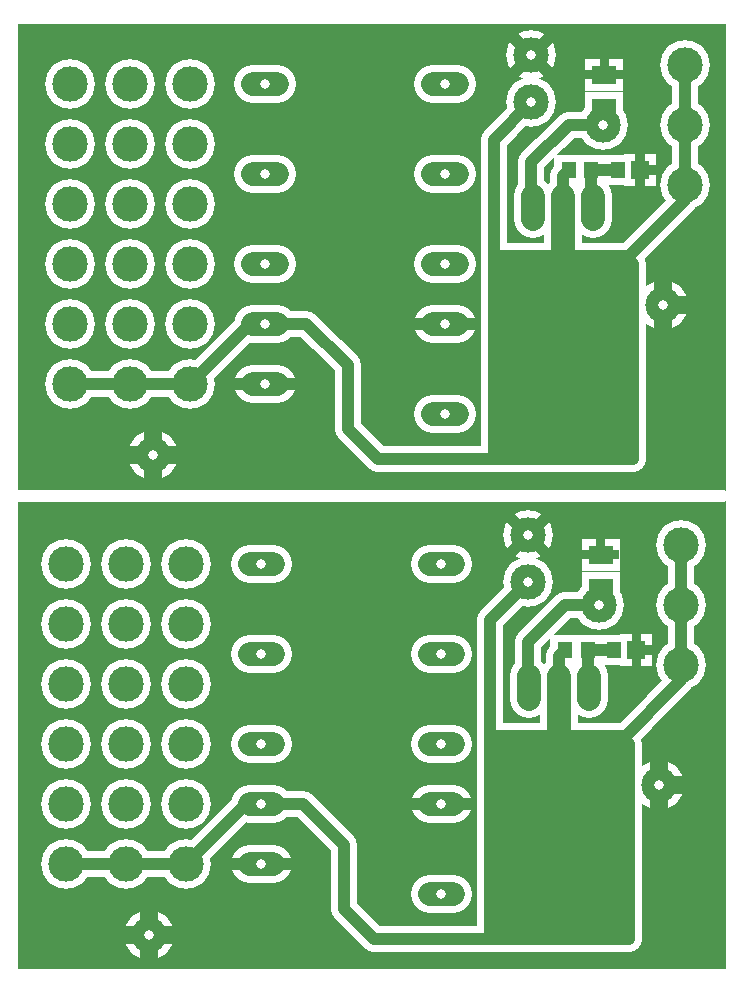
<source format=gbr>
%FSLAX34Y34*%
%MOMM*%
%LNCOPPER_TOP*%
G71*
G01*
%ADD10C, 4.200*%
%ADD11C, 3.200*%
%ADD12C, 4.200*%
%ADD13C, 2.200*%
%ADD14R, 2.500X2.600*%
%ADD15R, 2.800X2.800*%
%ADD16R, 3.200X2.800*%
%ADD17R, 3.100X2.800*%
%ADD18C, 1.000*%
%ADD19C, 1.520*%
%ADD20C, 1.013*%
%ADD21C, 0.816*%
%ADD22C, 0.800*%
%ADD23C, 3.000*%
%ADD24C, 2.000*%
%ADD25C, 3.000*%
%ADD26R, 1.300X1.400*%
%ADD27R, 1.600X1.600*%
%ADD28R, 2.000X1.600*%
%ADD29R, 1.900X1.600*%
%ADD30C, 0.000*%
%LPD*%
G36*
X0Y0D02*
X600000Y0D01*
X600000Y-800000D01*
X0Y-800000D01*
X0Y0D01*
G37*
%LPC*%
X495300Y-85725D02*
G54D10*
D03*
X114300Y-365125D02*
G54D10*
D03*
X546100Y-238125D02*
G54D10*
D03*
G54D11*
X199550Y-254000D02*
X219550Y-254000D01*
G54D11*
X351950Y-254000D02*
X371950Y-254000D01*
G54D11*
X199550Y-304800D02*
X219550Y-304800D01*
G54D11*
X199550Y-50800D02*
X219550Y-50800D01*
G54D11*
X351950Y-50800D02*
X371950Y-50800D01*
G54D11*
X351950Y-330200D02*
X371950Y-330200D01*
X44450Y-50800D02*
G54D12*
D03*
X95250Y-50800D02*
G54D12*
D03*
X146050Y-50800D02*
G54D12*
D03*
X44450Y-101600D02*
G54D12*
D03*
X95250Y-101600D02*
G54D12*
D03*
X146050Y-101600D02*
G54D12*
D03*
X44450Y-152400D02*
G54D12*
D03*
X95250Y-152400D02*
G54D12*
D03*
X146050Y-152400D02*
G54D12*
D03*
X44450Y-203200D02*
G54D12*
D03*
X95250Y-203200D02*
G54D12*
D03*
X146050Y-203200D02*
G54D12*
D03*
X44450Y-254000D02*
G54D12*
D03*
X95250Y-254000D02*
G54D12*
D03*
X146050Y-254000D02*
G54D12*
D03*
X44450Y-304800D02*
G54D12*
D03*
X95250Y-304800D02*
G54D12*
D03*
X146050Y-304800D02*
G54D12*
D03*
G36*
X403225Y-368300D02*
X403225Y-203200D01*
X409575Y-196850D01*
X514350Y-196850D01*
X520700Y-203200D01*
X520700Y-368300D01*
X403225Y-368300D01*
G37*
G54D13*
X403225Y-368300D02*
X403225Y-203200D01*
X409575Y-196850D01*
X514350Y-196850D01*
X520700Y-203200D01*
X520700Y-368300D01*
X403225Y-368300D01*
G54D11*
X436330Y-145613D02*
X436330Y-165613D01*
G54D11*
X461730Y-145613D02*
X461730Y-165613D01*
G54D11*
X487130Y-145613D02*
X487130Y-165613D01*
G54D13*
X209550Y-254000D02*
X244475Y-254000D01*
X279400Y-288925D01*
X279400Y-342900D01*
X304800Y-368300D01*
X403225Y-368300D01*
G54D11*
X461730Y-155613D02*
X461730Y-211370D01*
X565150Y-34925D02*
G54D12*
D03*
X565150Y-85725D02*
G54D12*
D03*
X565150Y-136525D02*
G54D12*
D03*
G54D13*
X565150Y-34925D02*
X565150Y-136525D01*
X565150Y-149225D01*
X511175Y-203200D01*
G54D13*
X209550Y-254000D02*
X196850Y-254000D01*
X146050Y-304800D01*
X44450Y-304800D01*
G54D13*
X434975Y-155575D02*
X434975Y-117475D01*
X466725Y-85725D01*
X495300Y-85725D01*
X466725Y-123825D02*
G54D14*
D03*
X485725Y-123825D02*
G54D14*
D03*
G54D13*
X461730Y-155613D02*
X461730Y-128820D01*
X466725Y-123825D01*
G54D13*
X485725Y-123825D02*
X485725Y-154208D01*
X487130Y-155613D01*
X508000Y-123825D02*
G54D14*
D03*
X527000Y-123825D02*
G54D14*
D03*
G54D13*
X485725Y-123825D02*
X508000Y-123825D01*
X527000Y-123825D02*
G54D15*
D03*
G54D11*
X199550Y-127000D02*
X219550Y-127000D01*
G54D11*
X351950Y-127000D02*
X371950Y-127000D01*
G54D11*
X199550Y-203200D02*
X219550Y-203200D01*
G54D11*
X351950Y-203200D02*
X371950Y-203200D01*
X496600Y-43150D02*
G54D16*
D03*
X496600Y-71150D02*
G54D16*
D03*
X496601Y-43150D02*
G54D17*
D03*
X434975Y-66675D02*
G54D10*
D03*
X434975Y-26675D02*
G54D10*
D03*
X434975Y-26675D02*
G54D10*
D03*
G54D13*
X403225Y-203200D02*
X403225Y-98425D01*
X434975Y-66675D01*
G54D18*
X0Y-400050D02*
X596900Y-400050D01*
X492125Y-492125D02*
G54D10*
D03*
X111125Y-771525D02*
G54D10*
D03*
X542925Y-644525D02*
G54D10*
D03*
G54D11*
X196375Y-660400D02*
X216375Y-660400D01*
G54D11*
X348775Y-660400D02*
X368775Y-660400D01*
G54D11*
X196375Y-711200D02*
X216375Y-711200D01*
G54D11*
X196375Y-457200D02*
X216375Y-457200D01*
G54D11*
X348775Y-457200D02*
X368775Y-457200D01*
G54D11*
X348775Y-736600D02*
X368775Y-736600D01*
X41275Y-457200D02*
G54D12*
D03*
X92075Y-457200D02*
G54D12*
D03*
X142875Y-457200D02*
G54D12*
D03*
X41275Y-508000D02*
G54D12*
D03*
X92075Y-508000D02*
G54D12*
D03*
X142875Y-508000D02*
G54D12*
D03*
X41275Y-558800D02*
G54D12*
D03*
X92075Y-558800D02*
G54D12*
D03*
X142875Y-558800D02*
G54D12*
D03*
X41275Y-609600D02*
G54D12*
D03*
X92075Y-609600D02*
G54D12*
D03*
X142875Y-609600D02*
G54D12*
D03*
X41275Y-660400D02*
G54D12*
D03*
X92075Y-660400D02*
G54D12*
D03*
X142875Y-660400D02*
G54D12*
D03*
X41275Y-711200D02*
G54D12*
D03*
X92075Y-711200D02*
G54D12*
D03*
X142875Y-711200D02*
G54D12*
D03*
G36*
X400050Y-774700D02*
X400050Y-609600D01*
X406400Y-603250D01*
X511175Y-603250D01*
X517525Y-609600D01*
X517525Y-774700D01*
X400050Y-774700D01*
G37*
G54D13*
X400050Y-774700D02*
X400050Y-609600D01*
X406400Y-603250D01*
X511175Y-603250D01*
X517525Y-609600D01*
X517525Y-774700D01*
X400050Y-774700D01*
G54D11*
X433155Y-552013D02*
X433155Y-572013D01*
G54D11*
X458555Y-552013D02*
X458555Y-572013D01*
G54D11*
X483955Y-552013D02*
X483955Y-572013D01*
G54D13*
X206375Y-660400D02*
X241300Y-660400D01*
X276225Y-695325D01*
X276225Y-749300D01*
X301625Y-774700D01*
X400050Y-774700D01*
G54D11*
X458555Y-562013D02*
X458555Y-617770D01*
X561975Y-441325D02*
G54D12*
D03*
X561975Y-492125D02*
G54D12*
D03*
X561975Y-542925D02*
G54D12*
D03*
G54D13*
X561975Y-441325D02*
X561975Y-542925D01*
X561975Y-555625D01*
X508000Y-609600D01*
G54D13*
X206375Y-660400D02*
X193675Y-660400D01*
X142875Y-711200D01*
X41275Y-711200D01*
G54D13*
X431800Y-561975D02*
X431800Y-523875D01*
X463550Y-492125D01*
X492125Y-492125D01*
X463550Y-530225D02*
G54D14*
D03*
X482550Y-530225D02*
G54D14*
D03*
G54D13*
X458555Y-562013D02*
X458555Y-535220D01*
X463550Y-530225D01*
G54D13*
X482550Y-530225D02*
X482550Y-560608D01*
X483955Y-562013D01*
X504825Y-530225D02*
G54D14*
D03*
X523825Y-530225D02*
G54D14*
D03*
G54D13*
X482550Y-530225D02*
X504825Y-530225D01*
X523825Y-530225D02*
G54D15*
D03*
G54D11*
X196375Y-533400D02*
X216375Y-533400D01*
G54D11*
X348775Y-533400D02*
X368775Y-533400D01*
G54D11*
X196375Y-609600D02*
X216375Y-609600D01*
G54D11*
X348775Y-609600D02*
X368775Y-609600D01*
X493425Y-449550D02*
G54D16*
D03*
X493425Y-477550D02*
G54D16*
D03*
X493426Y-449550D02*
G54D17*
D03*
X431800Y-473075D02*
G54D10*
D03*
X431800Y-433075D02*
G54D10*
D03*
X431800Y-433075D02*
G54D10*
D03*
G54D13*
X400050Y-609600D02*
X400050Y-504825D01*
X431800Y-473075D01*
%LPD*%
G54D19*
G36*
X106700Y-365125D02*
X106700Y-343625D01*
X121900Y-343625D01*
X121900Y-365125D01*
X106700Y-365125D01*
G37*
G36*
X114300Y-357525D02*
X135800Y-357525D01*
X135800Y-372725D01*
X114300Y-372725D01*
X114300Y-357525D01*
G37*
G36*
X121900Y-365125D02*
X121900Y-386625D01*
X106700Y-386625D01*
X106700Y-365125D01*
X121900Y-365125D01*
G37*
G36*
X114300Y-372725D02*
X92800Y-372725D01*
X92800Y-357525D01*
X114300Y-357525D01*
X114300Y-372725D01*
G37*
G54D19*
G36*
X538500Y-238125D02*
X538500Y-216625D01*
X553700Y-216625D01*
X553700Y-238125D01*
X538500Y-238125D01*
G37*
G36*
X546100Y-230525D02*
X567600Y-230525D01*
X567600Y-245725D01*
X546100Y-245725D01*
X546100Y-230525D01*
G37*
G36*
X553700Y-238125D02*
X553700Y-259625D01*
X538500Y-259625D01*
X538500Y-238125D01*
X553700Y-238125D01*
G37*
G54D20*
G36*
X361950Y-248933D02*
X388450Y-248933D01*
X388450Y-259067D01*
X361950Y-259067D01*
X361950Y-248933D01*
G37*
G36*
X361950Y-259067D02*
X335450Y-259067D01*
X335450Y-248933D01*
X361950Y-248933D01*
X361950Y-259067D01*
G37*
G54D20*
G36*
X209550Y-299733D02*
X236050Y-299733D01*
X236050Y-309867D01*
X209550Y-309867D01*
X209550Y-299733D01*
G37*
G36*
X209550Y-309867D02*
X183050Y-309867D01*
X183050Y-299733D01*
X209550Y-299733D01*
X209550Y-309867D01*
G37*
G54D21*
G36*
X522920Y-123825D02*
X522920Y-109325D01*
X531080Y-109325D01*
X531080Y-123825D01*
X522920Y-123825D01*
G37*
G36*
X527000Y-119745D02*
X541500Y-119745D01*
X541500Y-127905D01*
X527000Y-127905D01*
X527000Y-119745D01*
G37*
G36*
X531080Y-123825D02*
X531080Y-138325D01*
X522920Y-138325D01*
X522920Y-123825D01*
X531080Y-123825D01*
G37*
G54D22*
G36*
X496601Y-39150D02*
X512601Y-39150D01*
X512601Y-47150D01*
X496601Y-47150D01*
X496601Y-39150D01*
G37*
G36*
X496601Y-47150D02*
X480601Y-47150D01*
X480601Y-39150D01*
X496601Y-39150D01*
X496601Y-47150D01*
G37*
G36*
X492601Y-43150D02*
X492601Y-28650D01*
X500601Y-28650D01*
X500601Y-43150D01*
X492601Y-43150D01*
G37*
G54D18*
G36*
X431439Y-23139D02*
X446642Y-7937D01*
X453713Y-15008D01*
X438511Y-30211D01*
X431439Y-23139D01*
G37*
G36*
X438511Y-23139D02*
X453713Y-38342D01*
X446642Y-45413D01*
X431439Y-30211D01*
X438511Y-23139D01*
G37*
G36*
X438511Y-30211D02*
X423308Y-45413D01*
X416237Y-38342D01*
X431439Y-23139D01*
X438511Y-30211D01*
G37*
G36*
X431439Y-30211D02*
X416237Y-15008D01*
X423308Y-7937D01*
X438511Y-23139D01*
X431439Y-30211D01*
G37*
G54D19*
G36*
X103525Y-771525D02*
X103525Y-750025D01*
X118725Y-750025D01*
X118725Y-771525D01*
X103525Y-771525D01*
G37*
G36*
X111125Y-763925D02*
X132625Y-763925D01*
X132625Y-779125D01*
X111125Y-779125D01*
X111125Y-763925D01*
G37*
G36*
X118725Y-771525D02*
X118725Y-793025D01*
X103525Y-793025D01*
X103525Y-771525D01*
X118725Y-771525D01*
G37*
G36*
X111125Y-779125D02*
X89625Y-779125D01*
X89625Y-763925D01*
X111125Y-763925D01*
X111125Y-779125D01*
G37*
G54D19*
G36*
X535325Y-644525D02*
X535325Y-623025D01*
X550525Y-623025D01*
X550525Y-644525D01*
X535325Y-644525D01*
G37*
G36*
X542925Y-636925D02*
X564425Y-636925D01*
X564425Y-652125D01*
X542925Y-652125D01*
X542925Y-636925D01*
G37*
G36*
X550525Y-644525D02*
X550525Y-666025D01*
X535325Y-666025D01*
X535325Y-644525D01*
X550525Y-644525D01*
G37*
G54D20*
G36*
X358775Y-655333D02*
X385275Y-655333D01*
X385275Y-665467D01*
X358775Y-665467D01*
X358775Y-655333D01*
G37*
G36*
X358775Y-665467D02*
X332275Y-665467D01*
X332275Y-655333D01*
X358775Y-655333D01*
X358775Y-665467D01*
G37*
G54D20*
G36*
X206375Y-706133D02*
X232875Y-706133D01*
X232875Y-716267D01*
X206375Y-716267D01*
X206375Y-706133D01*
G37*
G36*
X206375Y-716267D02*
X179875Y-716267D01*
X179875Y-706133D01*
X206375Y-706133D01*
X206375Y-716267D01*
G37*
G54D21*
G36*
X519745Y-530225D02*
X519745Y-515725D01*
X527905Y-515725D01*
X527905Y-530225D01*
X519745Y-530225D01*
G37*
G36*
X523825Y-526145D02*
X538325Y-526145D01*
X538325Y-534305D01*
X523825Y-534305D01*
X523825Y-526145D01*
G37*
G36*
X527905Y-530225D02*
X527905Y-544725D01*
X519745Y-544725D01*
X519745Y-530225D01*
X527905Y-530225D01*
G37*
G54D22*
G36*
X493426Y-445550D02*
X509426Y-445550D01*
X509426Y-453550D01*
X493426Y-453550D01*
X493426Y-445550D01*
G37*
G36*
X493426Y-453550D02*
X477426Y-453550D01*
X477426Y-445550D01*
X493426Y-445550D01*
X493426Y-453550D01*
G37*
G36*
X489426Y-449550D02*
X489426Y-435050D01*
X497426Y-435050D01*
X497426Y-449550D01*
X489426Y-449550D01*
G37*
G54D18*
G36*
X428264Y-429540D02*
X443467Y-414337D01*
X450538Y-421408D01*
X435336Y-436610D01*
X428264Y-429540D01*
G37*
G36*
X435336Y-429540D02*
X450538Y-444742D01*
X443467Y-451813D01*
X428264Y-436610D01*
X435336Y-429540D01*
G37*
G36*
X435336Y-436610D02*
X420133Y-451813D01*
X413062Y-444742D01*
X428264Y-429540D01*
X435336Y-436610D01*
G37*
G36*
X428264Y-436610D02*
X413062Y-421408D01*
X420133Y-414337D01*
X435336Y-429540D01*
X428264Y-436610D01*
G37*
X495300Y-85725D02*
G54D23*
D03*
X114300Y-365125D02*
G54D23*
D03*
X546100Y-238125D02*
G54D23*
D03*
G54D24*
X199550Y-254000D02*
X219550Y-254000D01*
G54D24*
X351950Y-254000D02*
X371950Y-254000D01*
G54D24*
X199550Y-304800D02*
X219550Y-304800D01*
G54D24*
X199550Y-50800D02*
X219550Y-50800D01*
G54D24*
X351950Y-50800D02*
X371950Y-50800D01*
G54D24*
X351950Y-330200D02*
X371950Y-330200D01*
X44450Y-50800D02*
G54D25*
D03*
X95250Y-50800D02*
G54D25*
D03*
X146050Y-50800D02*
G54D25*
D03*
X44450Y-101600D02*
G54D25*
D03*
X95250Y-101600D02*
G54D25*
D03*
X146050Y-101600D02*
G54D25*
D03*
X44450Y-152400D02*
G54D25*
D03*
X95250Y-152400D02*
G54D25*
D03*
X146050Y-152400D02*
G54D25*
D03*
X44450Y-203200D02*
G54D25*
D03*
X95250Y-203200D02*
G54D25*
D03*
X146050Y-203200D02*
G54D25*
D03*
X44450Y-254000D02*
G54D25*
D03*
X95250Y-254000D02*
G54D25*
D03*
X146050Y-254000D02*
G54D25*
D03*
X44450Y-304800D02*
G54D25*
D03*
X95250Y-304800D02*
G54D25*
D03*
X146050Y-304800D02*
G54D25*
D03*
G36*
X403225Y-368300D02*
X403225Y-203200D01*
X409575Y-196850D01*
X514350Y-196850D01*
X520700Y-203200D01*
X520700Y-368300D01*
X403225Y-368300D01*
G37*
G54D18*
X403225Y-368300D02*
X403225Y-203200D01*
X409575Y-196850D01*
X514350Y-196850D01*
X520700Y-203200D01*
X520700Y-368300D01*
X403225Y-368300D01*
G54D24*
X436330Y-145613D02*
X436330Y-165613D01*
G54D24*
X461730Y-145613D02*
X461730Y-165613D01*
G54D24*
X487130Y-145613D02*
X487130Y-165613D01*
G54D18*
X209550Y-254000D02*
X244475Y-254000D01*
X279400Y-288925D01*
X279400Y-342900D01*
X304800Y-368300D01*
X403225Y-368300D01*
G54D24*
X461730Y-155613D02*
X461730Y-211370D01*
X565150Y-34925D02*
G54D25*
D03*
X565150Y-85725D02*
G54D25*
D03*
X565150Y-136525D02*
G54D25*
D03*
G54D18*
X565150Y-34925D02*
X565150Y-136525D01*
X565150Y-149225D01*
X511175Y-203200D01*
G54D18*
X209550Y-254000D02*
X196850Y-254000D01*
X146050Y-304800D01*
X44450Y-304800D01*
G54D18*
X434975Y-155575D02*
X434975Y-117475D01*
X466725Y-85725D01*
X495300Y-85725D01*
X466725Y-123825D02*
G54D26*
D03*
X485725Y-123825D02*
G54D26*
D03*
G54D18*
X461730Y-155613D02*
X461730Y-128820D01*
X466725Y-123825D01*
G54D18*
X485725Y-123825D02*
X485725Y-154208D01*
X487130Y-155613D01*
X508000Y-123825D02*
G54D26*
D03*
X527000Y-123825D02*
G54D26*
D03*
G54D18*
X485725Y-123825D02*
X508000Y-123825D01*
X527000Y-123825D02*
G54D27*
D03*
G54D24*
X199550Y-127000D02*
X219550Y-127000D01*
G54D24*
X351950Y-127000D02*
X371950Y-127000D01*
G54D24*
X199550Y-203200D02*
X219550Y-203200D01*
G54D24*
X351950Y-203200D02*
X371950Y-203200D01*
X496600Y-43150D02*
G54D28*
D03*
X496600Y-71150D02*
G54D28*
D03*
X496601Y-43150D02*
G54D29*
D03*
X434975Y-66675D02*
G54D23*
D03*
X434975Y-26675D02*
G54D23*
D03*
X434975Y-26675D02*
G54D23*
D03*
G54D18*
X403225Y-203200D02*
X403225Y-98425D01*
X434975Y-66675D01*
X492125Y-492125D02*
G54D23*
D03*
X111125Y-771525D02*
G54D23*
D03*
X542925Y-644525D02*
G54D23*
D03*
G54D24*
X196375Y-660400D02*
X216375Y-660400D01*
G54D24*
X348775Y-660400D02*
X368775Y-660400D01*
G54D24*
X196375Y-711200D02*
X216375Y-711200D01*
G54D24*
X196375Y-457200D02*
X216375Y-457200D01*
G54D24*
X348775Y-457200D02*
X368775Y-457200D01*
G54D24*
X348775Y-736600D02*
X368775Y-736600D01*
X41275Y-457200D02*
G54D25*
D03*
X92075Y-457200D02*
G54D25*
D03*
X142875Y-457200D02*
G54D25*
D03*
X41275Y-508000D02*
G54D25*
D03*
X92075Y-508000D02*
G54D25*
D03*
X142875Y-508000D02*
G54D25*
D03*
X41275Y-558800D02*
G54D25*
D03*
X92075Y-558800D02*
G54D25*
D03*
X142875Y-558800D02*
G54D25*
D03*
X41275Y-609600D02*
G54D25*
D03*
X92075Y-609600D02*
G54D25*
D03*
X142875Y-609600D02*
G54D25*
D03*
X41275Y-660400D02*
G54D25*
D03*
X92075Y-660400D02*
G54D25*
D03*
X142875Y-660400D02*
G54D25*
D03*
X41275Y-711200D02*
G54D25*
D03*
X92075Y-711200D02*
G54D25*
D03*
X142875Y-711200D02*
G54D25*
D03*
G36*
X400050Y-774700D02*
X400050Y-609600D01*
X406400Y-603250D01*
X511175Y-603250D01*
X517525Y-609600D01*
X517525Y-774700D01*
X400050Y-774700D01*
G37*
G54D18*
X400050Y-774700D02*
X400050Y-609600D01*
X406400Y-603250D01*
X511175Y-603250D01*
X517525Y-609600D01*
X517525Y-774700D01*
X400050Y-774700D01*
G54D24*
X433155Y-552013D02*
X433155Y-572013D01*
G54D24*
X458555Y-552013D02*
X458555Y-572013D01*
G54D24*
X483955Y-552013D02*
X483955Y-572013D01*
G54D18*
X206375Y-660400D02*
X241300Y-660400D01*
X276225Y-695325D01*
X276225Y-749300D01*
X301625Y-774700D01*
X400050Y-774700D01*
G54D24*
X458555Y-562013D02*
X458555Y-617770D01*
X561975Y-441325D02*
G54D25*
D03*
X561975Y-492125D02*
G54D25*
D03*
X561975Y-542925D02*
G54D25*
D03*
G54D18*
X561975Y-441325D02*
X561975Y-542925D01*
X561975Y-555625D01*
X508000Y-609600D01*
G54D18*
X206375Y-660400D02*
X193675Y-660400D01*
X142875Y-711200D01*
X41275Y-711200D01*
G54D18*
X431800Y-561975D02*
X431800Y-523875D01*
X463550Y-492125D01*
X492125Y-492125D01*
X463550Y-530225D02*
G54D26*
D03*
X482550Y-530225D02*
G54D26*
D03*
G54D18*
X458555Y-562013D02*
X458555Y-535220D01*
X463550Y-530225D01*
G54D18*
X482550Y-530225D02*
X482550Y-560608D01*
X483955Y-562013D01*
X504825Y-530225D02*
G54D26*
D03*
X523825Y-530225D02*
G54D26*
D03*
G54D18*
X482550Y-530225D02*
X504825Y-530225D01*
X523825Y-530225D02*
G54D27*
D03*
G54D24*
X196375Y-533400D02*
X216375Y-533400D01*
G54D24*
X348775Y-533400D02*
X368775Y-533400D01*
G54D24*
X196375Y-609600D02*
X216375Y-609600D01*
G54D24*
X348775Y-609600D02*
X368775Y-609600D01*
X493425Y-449550D02*
G54D28*
D03*
X493425Y-477550D02*
G54D28*
D03*
X493426Y-449550D02*
G54D29*
D03*
X431800Y-473075D02*
G54D23*
D03*
X431800Y-433075D02*
G54D23*
D03*
X431800Y-433075D02*
G54D23*
D03*
G54D18*
X400050Y-609600D02*
X400050Y-504825D01*
X431800Y-473075D01*
%LNAUGENFREISTANZEN*%
%LPC*%
X495300Y-85725D02*
G54D22*
D03*
X114300Y-365125D02*
G54D22*
D03*
X546100Y-238125D02*
G54D22*
D03*
X209550Y-254000D02*
G54D22*
D03*
X361950Y-254000D02*
G54D22*
D03*
X209550Y-304800D02*
G54D22*
D03*
X209550Y-50800D02*
G54D22*
D03*
X361950Y-50800D02*
G54D22*
D03*
X361950Y-330200D02*
G54D22*
D03*
X44450Y-50800D02*
G54D30*
D03*
X95250Y-50800D02*
G54D30*
D03*
X146050Y-50800D02*
G54D30*
D03*
X44450Y-101600D02*
G54D30*
D03*
X95250Y-101600D02*
G54D30*
D03*
X146050Y-101600D02*
G54D30*
D03*
X44450Y-152400D02*
G54D30*
D03*
X95250Y-152400D02*
G54D30*
D03*
X146050Y-152400D02*
G54D30*
D03*
X44450Y-203200D02*
G54D30*
D03*
X95250Y-203200D02*
G54D30*
D03*
X146050Y-203200D02*
G54D30*
D03*
X44450Y-254000D02*
G54D30*
D03*
X95250Y-254000D02*
G54D30*
D03*
X146050Y-254000D02*
G54D30*
D03*
X44450Y-304800D02*
G54D30*
D03*
X95250Y-304800D02*
G54D30*
D03*
X146050Y-304800D02*
G54D30*
D03*
X436330Y-155613D02*
G54D30*
D03*
X461730Y-155613D02*
G54D30*
D03*
X487130Y-155613D02*
G54D30*
D03*
X565150Y-34925D02*
G54D30*
D03*
X565150Y-85725D02*
G54D30*
D03*
X565150Y-136525D02*
G54D30*
D03*
X209550Y-127000D02*
G54D22*
D03*
X361950Y-127000D02*
G54D22*
D03*
X209550Y-203200D02*
G54D22*
D03*
X361950Y-203200D02*
G54D22*
D03*
X434975Y-66675D02*
G54D22*
D03*
X434975Y-26675D02*
G54D22*
D03*
X434975Y-26675D02*
G54D22*
D03*
X492125Y-492125D02*
G54D22*
D03*
X111125Y-771525D02*
G54D22*
D03*
X542925Y-644525D02*
G54D22*
D03*
X206375Y-660400D02*
G54D22*
D03*
X358775Y-660400D02*
G54D22*
D03*
X206375Y-711200D02*
G54D22*
D03*
X206375Y-457200D02*
G54D22*
D03*
X358775Y-457200D02*
G54D22*
D03*
X358775Y-736600D02*
G54D22*
D03*
X41275Y-457200D02*
G54D30*
D03*
X92075Y-457200D02*
G54D30*
D03*
X142875Y-457200D02*
G54D30*
D03*
X41275Y-508000D02*
G54D30*
D03*
X92075Y-508000D02*
G54D30*
D03*
X142875Y-508000D02*
G54D30*
D03*
X41275Y-558800D02*
G54D30*
D03*
X92075Y-558800D02*
G54D30*
D03*
X142875Y-558800D02*
G54D30*
D03*
X41275Y-609600D02*
G54D30*
D03*
X92075Y-609600D02*
G54D30*
D03*
X142875Y-609600D02*
G54D30*
D03*
X41275Y-660400D02*
G54D30*
D03*
X92075Y-660400D02*
G54D30*
D03*
X142875Y-660400D02*
G54D30*
D03*
X41275Y-711200D02*
G54D30*
D03*
X92075Y-711200D02*
G54D30*
D03*
X142875Y-711200D02*
G54D30*
D03*
X433155Y-562013D02*
G54D30*
D03*
X458555Y-562013D02*
G54D30*
D03*
X483955Y-562013D02*
G54D30*
D03*
X561975Y-441325D02*
G54D30*
D03*
X561975Y-492125D02*
G54D30*
D03*
X561975Y-542925D02*
G54D30*
D03*
X206375Y-533400D02*
G54D22*
D03*
X358775Y-533400D02*
G54D22*
D03*
X206375Y-609600D02*
G54D22*
D03*
X358775Y-609600D02*
G54D22*
D03*
X431800Y-473075D02*
G54D22*
D03*
X431800Y-433075D02*
G54D22*
D03*
X431800Y-433075D02*
G54D22*
D03*
M02*

</source>
